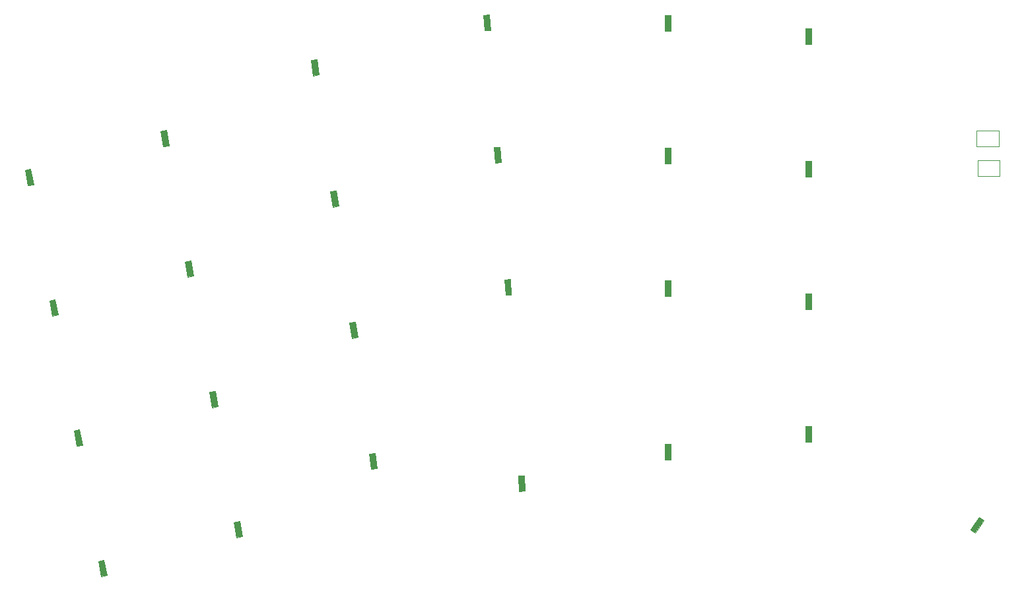
<source format=gbr>
%TF.GenerationSoftware,KiCad,Pcbnew,(6.0.5)*%
%TF.CreationDate,2023-05-21T00:40:20-05:00*%
%TF.ProjectId,pcb,7063622e-6b69-4636-9164-5f7063625858,rev?*%
%TF.SameCoordinates,Original*%
%TF.FileFunction,Legend,Top*%
%TF.FilePolarity,Positive*%
%FSLAX46Y46*%
G04 Gerber Fmt 4.6, Leading zero omitted, Abs format (unit mm)*
G04 Created by KiCad (PCBNEW (6.0.5)) date 2023-05-21 00:40:20*
%MOMM*%
%LPD*%
G01*
G04 APERTURE LIST*
%ADD10C,0.120000*%
G04 APERTURE END LIST*
D10*
%TO.C,K40*%
X146502053Y-103986642D02*
X147264053Y-103986642D01*
X147264053Y-103986642D02*
X147264053Y-105986642D01*
X147264053Y-105986642D02*
X146502053Y-105986642D01*
X146502053Y-105986642D02*
X146502053Y-103986642D01*
G36*
X146502053Y-103986642D02*
G01*
X147264053Y-103986642D01*
X147264053Y-105986642D01*
X146502053Y-105986642D01*
X146502053Y-103986642D01*
G37*
%TO.C,K50*%
X164502061Y-101697091D02*
X165264061Y-101697091D01*
X165264061Y-101697091D02*
X165264061Y-103697091D01*
X165264061Y-103697091D02*
X164502061Y-103697091D01*
X164502061Y-103697091D02*
X164502061Y-101697091D01*
G36*
X164502061Y-101697091D02*
G01*
X165264061Y-101697091D01*
X165264061Y-103697091D01*
X164502061Y-103697091D01*
X164502061Y-101697091D01*
G37*
%TO.C,K60*%
X186758008Y-113315014D02*
X187394162Y-113734481D01*
X187394162Y-113734481D02*
X186293200Y-115404176D01*
X186293200Y-115404176D02*
X185657046Y-114984710D01*
X185657046Y-114984710D02*
X186758008Y-113315014D01*
G36*
X186758008Y-113315014D02*
G01*
X187394162Y-113734481D01*
X186293200Y-115404176D01*
X185657046Y-114984710D01*
X186758008Y-113315014D01*
G37*
%TO.C,K03*%
X64397394Y-68807353D02*
X65146391Y-68667182D01*
X65146391Y-68667182D02*
X65514294Y-70633053D01*
X65514294Y-70633053D02*
X64765297Y-70773224D01*
X64765297Y-70773224D02*
X64397394Y-68807353D01*
G36*
X64397394Y-68807353D02*
G01*
X65146391Y-68667182D01*
X65514294Y-70633053D01*
X64765297Y-70773224D01*
X64397394Y-68807353D01*
G37*
%TO.C,K31*%
X125867373Y-82842845D02*
X126627055Y-82783457D01*
X126627055Y-82783457D02*
X126782930Y-84777373D01*
X126782930Y-84777373D02*
X126023247Y-84836761D01*
X126023247Y-84836761D02*
X125867373Y-82842845D01*
G36*
X125867373Y-82842845D02*
G01*
X126627055Y-82783457D01*
X126782930Y-84777373D01*
X126023247Y-84836761D01*
X125867373Y-82842845D01*
G37*
%TO.C,K02*%
X67528245Y-85536911D02*
X68277242Y-85396740D01*
X68277242Y-85396740D02*
X68645145Y-87362611D01*
X68645145Y-87362611D02*
X67896148Y-87502782D01*
X67896148Y-87502782D02*
X67528245Y-85536911D01*
G36*
X67528245Y-85536911D02*
G01*
X68277242Y-85396740D01*
X68645145Y-87362611D01*
X67896148Y-87502782D01*
X67528245Y-85536911D01*
G37*
%TO.C,K43*%
X146502052Y-48926641D02*
X147264052Y-48926641D01*
X147264052Y-48926641D02*
X147264052Y-50926641D01*
X147264052Y-50926641D02*
X146502052Y-50926641D01*
X146502052Y-50926641D02*
X146502052Y-48926641D01*
G36*
X146502052Y-48926641D02*
G01*
X147264052Y-48926641D01*
X147264052Y-50926641D01*
X146502052Y-50926641D01*
X146502052Y-48926641D01*
G37*
%TO.C,K21*%
X106034325Y-88386027D02*
X106788228Y-88275238D01*
X106788228Y-88275238D02*
X107079013Y-90253986D01*
X107079013Y-90253986D02*
X106325110Y-90364775D01*
X106325110Y-90364775D02*
X106034325Y-88386027D01*
G36*
X106034325Y-88386027D02*
G01*
X106788228Y-88275238D01*
X107079013Y-90253986D01*
X106325110Y-90364775D01*
X106034325Y-88386027D01*
G37*
%TO.C,K53*%
X164502060Y-50637090D02*
X165264060Y-50637090D01*
X165264060Y-50637090D02*
X165264060Y-52637090D01*
X165264060Y-52637090D02*
X164502060Y-52637090D01*
X164502060Y-52637090D02*
X164502060Y-50637090D01*
G36*
X164502060Y-50637090D02*
G01*
X165264060Y-50637090D01*
X165264060Y-52637090D01*
X164502060Y-52637090D01*
X164502060Y-50637090D01*
G37*
%TO.C,K22*%
X103559746Y-71546881D02*
X104313649Y-71436092D01*
X104313649Y-71436092D02*
X104604434Y-73414840D01*
X104604434Y-73414840D02*
X103850531Y-73525629D01*
X103850531Y-73525629D02*
X103559746Y-71546881D01*
G36*
X103559746Y-71546881D02*
G01*
X104313649Y-71436092D01*
X104604434Y-73414840D01*
X103850531Y-73525629D01*
X103559746Y-71546881D01*
G37*
%TO.C,K01*%
X70659097Y-102266471D02*
X71408094Y-102126300D01*
X71408094Y-102126300D02*
X71775997Y-104092171D01*
X71775997Y-104092171D02*
X71027000Y-104232342D01*
X71027000Y-104232342D02*
X70659097Y-102266471D01*
G36*
X70659097Y-102266471D02*
G01*
X71408094Y-102126300D01*
X71775997Y-104092171D01*
X71027000Y-104232342D01*
X70659097Y-102266471D01*
G37*
%TO.C,K42*%
X146502052Y-65946642D02*
X147264052Y-65946642D01*
X147264052Y-65946642D02*
X147264052Y-67946642D01*
X147264052Y-67946642D02*
X146502052Y-67946642D01*
X146502052Y-67946642D02*
X146502052Y-65946642D01*
G36*
X146502052Y-65946642D02*
G01*
X147264052Y-65946642D01*
X147264052Y-67946642D01*
X146502052Y-67946642D01*
X146502052Y-65946642D01*
G37*
%TO.C,K12*%
X84908365Y-80554797D02*
X85657362Y-80414626D01*
X85657362Y-80414626D02*
X86025265Y-82380497D01*
X86025265Y-82380497D02*
X85276268Y-82520668D01*
X85276268Y-82520668D02*
X84908365Y-80554797D01*
G36*
X84908365Y-80554797D02*
G01*
X85657362Y-80414626D01*
X86025265Y-82380497D01*
X85276268Y-82520668D01*
X84908365Y-80554797D01*
G37*
%TO.C,K41*%
X146502053Y-82966642D02*
X147264053Y-82966642D01*
X147264053Y-82966642D02*
X147264053Y-84966642D01*
X147264053Y-84966642D02*
X146502053Y-84966642D01*
X146502053Y-84966642D02*
X146502053Y-82966642D01*
G36*
X146502053Y-82966642D02*
G01*
X147264053Y-82966642D01*
X147264053Y-84966642D01*
X146502053Y-84966642D01*
X146502053Y-82966642D01*
G37*
%TO.C,K11*%
X88039217Y-97284358D02*
X88788214Y-97144187D01*
X88788214Y-97144187D02*
X89156117Y-99110058D01*
X89156117Y-99110058D02*
X88407120Y-99250229D01*
X88407120Y-99250229D02*
X88039217Y-97284358D01*
G36*
X88039217Y-97284358D02*
G01*
X88788214Y-97144187D01*
X89156117Y-99110058D01*
X88407120Y-99250229D01*
X88039217Y-97284358D01*
G37*
%TO.C,K51*%
X164502061Y-84677091D02*
X165264061Y-84677091D01*
X165264061Y-84677091D02*
X165264061Y-86677091D01*
X165264061Y-86677091D02*
X164502061Y-86677091D01*
X164502061Y-86677091D02*
X164502061Y-84677091D01*
G36*
X164502061Y-84677091D02*
G01*
X165264061Y-84677091D01*
X165264061Y-86677091D01*
X164502061Y-86677091D01*
X164502061Y-84677091D01*
G37*
%TO.C,K33*%
X123214393Y-48906386D02*
X123974075Y-48846998D01*
X123974075Y-48846998D02*
X124129950Y-50840914D01*
X124129950Y-50840914D02*
X123370267Y-50900302D01*
X123370267Y-50900302D02*
X123214393Y-48906386D01*
G36*
X123214393Y-48906386D02*
G01*
X123974075Y-48846998D01*
X124129950Y-50840914D01*
X123370267Y-50900302D01*
X123214393Y-48906386D01*
G37*
%TO.C,K00*%
X73789948Y-118996030D02*
X74538945Y-118855859D01*
X74538945Y-118855859D02*
X74906848Y-120821730D01*
X74906848Y-120821730D02*
X74157851Y-120961901D01*
X74157851Y-120961901D02*
X73789948Y-118996030D01*
G36*
X73789948Y-118996030D02*
G01*
X74538945Y-118855859D01*
X74906848Y-120821730D01*
X74157851Y-120961901D01*
X73789948Y-118996030D01*
G37*
%TO.C,JP4*%
X186560000Y-67580000D02*
X189360000Y-67580000D01*
X186560000Y-69580000D02*
X186560000Y-67580000D01*
X189360000Y-67580000D02*
X189360000Y-69580000D01*
X189360000Y-69580000D02*
X186560000Y-69580000D01*
%TO.C,K20*%
X108508903Y-105225175D02*
X109262806Y-105114386D01*
X109262806Y-105114386D02*
X109553591Y-107093134D01*
X109553591Y-107093134D02*
X108799688Y-107203923D01*
X108799688Y-107203923D02*
X108508903Y-105225175D01*
G36*
X108508903Y-105225175D02*
G01*
X109262806Y-105114386D01*
X109553591Y-107093134D01*
X108799688Y-107203923D01*
X108508903Y-105225175D01*
G37*
%TO.C,K32*%
X124540883Y-65874615D02*
X125300565Y-65815227D01*
X125300565Y-65815227D02*
X125456440Y-67809143D01*
X125456440Y-67809143D02*
X124696757Y-67868531D01*
X124696757Y-67868531D02*
X124540883Y-65874615D01*
G36*
X124540883Y-65874615D02*
G01*
X125300565Y-65815227D01*
X125456440Y-67809143D01*
X124696757Y-67868531D01*
X124540883Y-65874615D01*
G37*
%TO.C,K13*%
X81777512Y-63825237D02*
X82526509Y-63685066D01*
X82526509Y-63685066D02*
X82894412Y-65650937D01*
X82894412Y-65650937D02*
X82145415Y-65791108D01*
X82145415Y-65791108D02*
X81777512Y-63825237D01*
G36*
X81777512Y-63825237D02*
G01*
X82526509Y-63685066D01*
X82894412Y-65650937D01*
X82145415Y-65791108D01*
X81777512Y-63825237D01*
G37*
%TO.C,K23*%
X101085169Y-54707735D02*
X101839072Y-54596946D01*
X101839072Y-54596946D02*
X102129857Y-56575694D01*
X102129857Y-56575694D02*
X101375954Y-56686483D01*
X101375954Y-56686483D02*
X101085169Y-54707735D01*
G36*
X101085169Y-54707735D02*
G01*
X101839072Y-54596946D01*
X102129857Y-56575694D01*
X101375954Y-56686483D01*
X101085169Y-54707735D01*
G37*
%TO.C,K30*%
X127643840Y-108036066D02*
X128403522Y-107976678D01*
X128403522Y-107976678D02*
X128559397Y-109970594D01*
X128559397Y-109970594D02*
X127799714Y-110029982D01*
X127799714Y-110029982D02*
X127643840Y-108036066D01*
G36*
X127643840Y-108036066D02*
G01*
X128403522Y-107976678D01*
X128559397Y-109970594D01*
X127799714Y-110029982D01*
X127643840Y-108036066D01*
G37*
%TO.C,K10*%
X91170068Y-114013915D02*
X91919065Y-113873744D01*
X91919065Y-113873744D02*
X92286968Y-115839615D01*
X92286968Y-115839615D02*
X91537971Y-115979786D01*
X91537971Y-115979786D02*
X91170068Y-114013915D01*
G36*
X91170068Y-114013915D02*
G01*
X91919065Y-113873744D01*
X92286968Y-115839615D01*
X91537971Y-115979786D01*
X91170068Y-114013915D01*
G37*
%TO.C,JP1*%
X189270000Y-65770000D02*
X186470000Y-65770000D01*
X189270000Y-63770000D02*
X189270000Y-65770000D01*
X186470000Y-63770000D02*
X189270000Y-63770000D01*
X186470000Y-65770000D02*
X186470000Y-63770000D01*
%TO.C,K52*%
X164502061Y-67657090D02*
X165264061Y-67657090D01*
X165264061Y-67657090D02*
X165264061Y-69657090D01*
X165264061Y-69657090D02*
X164502061Y-69657090D01*
X164502061Y-69657090D02*
X164502061Y-67657090D01*
G36*
X164502061Y-67657090D02*
G01*
X165264061Y-67657090D01*
X165264061Y-69657090D01*
X164502061Y-69657090D01*
X164502061Y-67657090D01*
G37*
%TD*%
M02*

</source>
